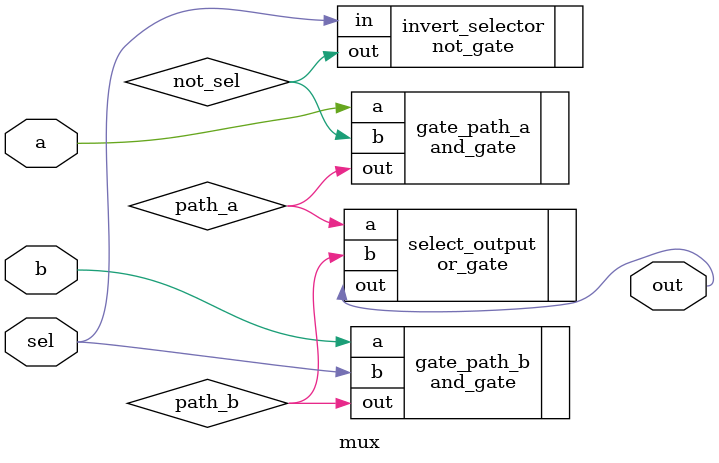
<source format=v>

`timescale 1ns / 1ps

module mux (
    input  wire a,   // Data input 0 (selected when sel=0)
    input  wire b,   // Data input 1 (selected when sel=1)  
    input  wire sel, // Select signal (0=choose a, 1=choose b)
    output wire out  // Selected output
);

    // Internal signals: Control paths
    wire not_sel;           // Inverted selector
    wire path_a;            // Path A: a & ~sel  
    wire path_b;            // Path B: b & sel

    // Stage 1: Selector Inversion
    // Generate complement of select signal for path A
    not_gate invert_selector (
        .in (sel),
        .out(not_sel)       // ~sel
    );

    // Stage 2: Data Path Generation  
    // Path A: Data 'a' gated by ~sel (active when sel=0)
    and_gate gate_path_a (
        .a  (a),            // Data input A
        .b  (not_sel),      // Enable when sel=0
        .out(path_a)        // a & ~sel
    );
    
    // Path B: Data 'b' gated by sel (active when sel=1)
    and_gate gate_path_b (
        .a  (b),            // Data input B  
        .b  (sel),          // Enable when sel=1
        .out(path_b)        // b & sel
    );

    // Stage 3: Path Selection
    // OR the two mutually exclusive paths
    // Truth Table: sel=0 -> out=a, sel=1 -> out=b
    or_gate select_output (
        .a  (path_a),       // Path A result
        .b  (path_b),       // Path B result
        .out(out)           // Final multiplexed output
    );

endmodule
</source>
